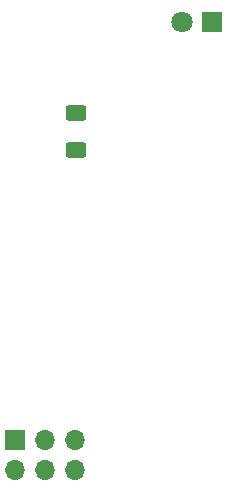
<source format=gbr>
G04 #@! TF.GenerationSoftware,KiCad,Pcbnew,(6.99.0-2452-gdb4f2d9dd8)*
G04 #@! TF.CreationDate,2022-08-02T22:01:28-05:00*
G04 #@! TF.ProjectId,TofG,546f6647-2e6b-4696-9361-645f70636258,rev?*
G04 #@! TF.SameCoordinates,Original*
G04 #@! TF.FileFunction,Soldermask,Bot*
G04 #@! TF.FilePolarity,Negative*
%FSLAX46Y46*%
G04 Gerber Fmt 4.6, Leading zero omitted, Abs format (unit mm)*
G04 Created by KiCad (PCBNEW (6.99.0-2452-gdb4f2d9dd8)) date 2022-08-02 22:01:28*
%MOMM*%
%LPD*%
G01*
G04 APERTURE LIST*
G04 Aperture macros list*
%AMRoundRect*
0 Rectangle with rounded corners*
0 $1 Rounding radius*
0 $2 $3 $4 $5 $6 $7 $8 $9 X,Y pos of 4 corners*
0 Add a 4 corners polygon primitive as box body*
4,1,4,$2,$3,$4,$5,$6,$7,$8,$9,$2,$3,0*
0 Add four circle primitives for the rounded corners*
1,1,$1+$1,$2,$3*
1,1,$1+$1,$4,$5*
1,1,$1+$1,$6,$7*
1,1,$1+$1,$8,$9*
0 Add four rect primitives between the rounded corners*
20,1,$1+$1,$2,$3,$4,$5,0*
20,1,$1+$1,$4,$5,$6,$7,0*
20,1,$1+$1,$6,$7,$8,$9,0*
20,1,$1+$1,$8,$9,$2,$3,0*%
G04 Aperture macros list end*
%ADD10C,1.800000*%
%ADD11R,1.800000X1.800000*%
%ADD12O,1.700000X1.700000*%
%ADD13R,1.700000X1.700000*%
%ADD14RoundRect,0.250000X-0.625000X0.400000X-0.625000X-0.400000X0.625000X-0.400000X0.625000X0.400000X0*%
G04 APERTURE END LIST*
D10*
X67360000Y-60500000D03*
D11*
X69899999Y-60499999D03*
D12*
X58339999Y-98469999D03*
X58339999Y-95929999D03*
X55799999Y-98469999D03*
X55799999Y-95929999D03*
X53259999Y-98469999D03*
D13*
X53259999Y-95929999D03*
D14*
X58400000Y-68250000D03*
X58400000Y-71350000D03*
M02*

</source>
